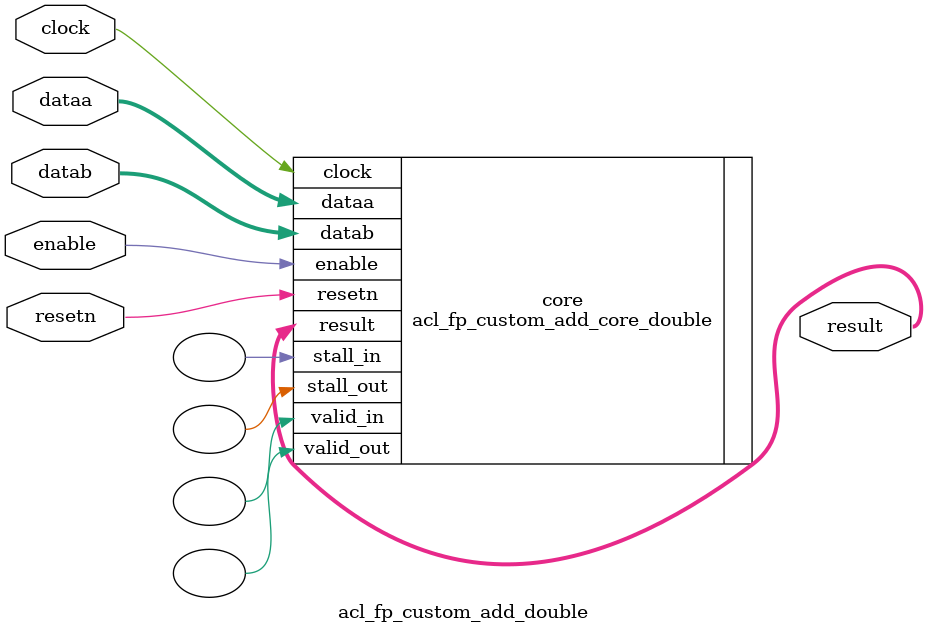
<source format=v>
    


module acl_fp_custom_add_double (
	clock,
  resetn,
	dataa,
	datab,
	result,
  enable);

	input	  enable;
	input	  clock, resetn;
	input	[63:0]  dataa;
	input	[63:0]  datab;
	output [63:0]  result;
  
  // Latency 14
  acl_fp_custom_add_core_double core(
    .clock(clock),
    .resetn(resetn),
    .dataa(dataa),
    .datab(datab),
    .result(result),
    .valid_in(),
    .valid_out(),
    .stall_in(),
    .stall_out(),
    .enable(enable));
	defparam core.HIGH_CAPACITY = 0;
	defparam core.FLUSH_DENORMS = 0;
	defparam core.HIGH_LATENCY = 1;
	defparam core.ROUNDING_MODE = 0;

endmodule

</source>
